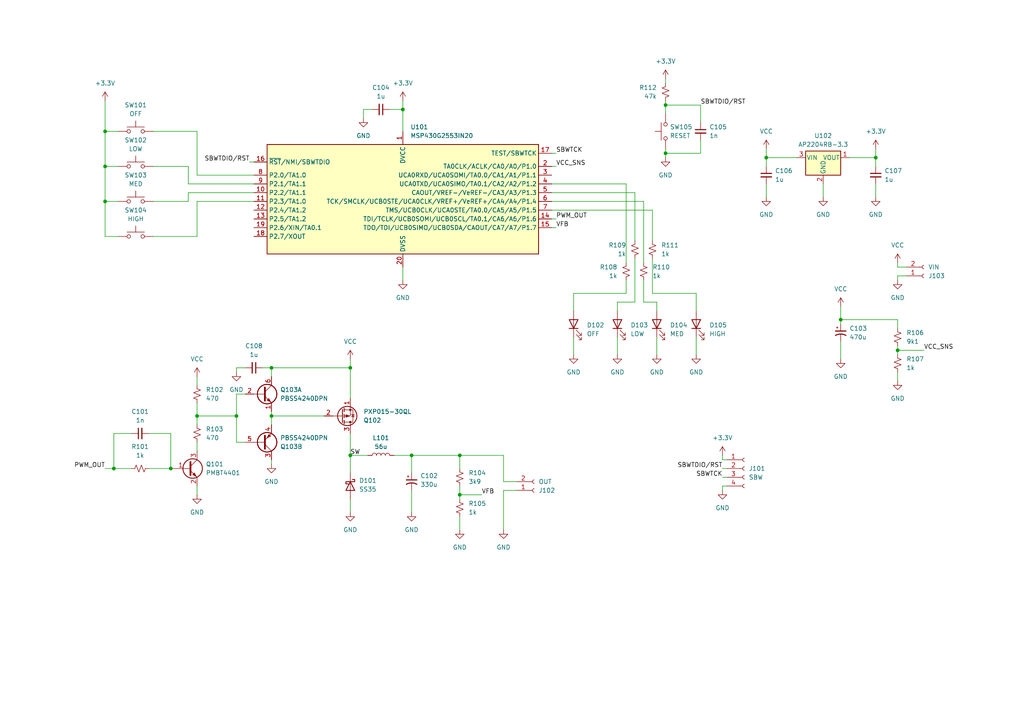
<source format=kicad_sch>
(kicad_sch (version 20230121) (generator eeschema)
  (paper "A4")
  (lib_symbols
    (symbol "Connector:Conn_01x02_Socket" (pin_names (offset 1.016) hide)
      (property "Reference" "J" (at 0 2.54 0))
      (property "Value" "Conn_01x02_Socket" (at 0 -5.08 0))
      (symbol "Conn_01x02_Socket_1_1"
        (arc (start 0 -2.032) (mid -0.5058 -2.54) (end 0 -3.048) (stroke (width 0.1524)))
        (polyline (pts (xy -1.27 -2.54) (xy -0.508 -2.54)) (stroke (width 0.1524)))
        (polyline (pts (xy -1.27 0) (xy -0.508 0)) (stroke (width 0.1524)))
        (arc (start 0 0.508) (mid -0.5058 0) (end 0 -0.508) (stroke (width 0.1524)))
        (pin passive line (at -5.08 0 0) (length 3.81) (name "Pin_1") (number "1"))
        (pin passive line (at -5.08 -2.54 0) (length 3.81) (name "Pin_2") (number "2"))
      )
    )
    (symbol "Connector:Conn_01x04_Socket" (pin_names (offset 1.016) hide)
      (property "Reference" "J" (at 0 5.08 0))
      (property "Value" "Conn_01x04_Socket" (at 0 -7.62 0))
      (symbol "Conn_01x04_Socket_1_1"
        (arc (start 0 -4.572) (mid -0.5058 -5.08) (end 0 -5.588) (stroke (width 0.1524)))
        (arc (start 0 -2.032) (mid -0.5058 -2.54) (end 0 -3.048) (stroke (width 0.1524)))
        (polyline (pts (xy -1.27 -5.08) (xy -0.508 -5.08)) (stroke (width 0.1524)))
        (polyline (pts (xy -1.27 -2.54) (xy -0.508 -2.54)) (stroke (width 0.1524)))
        (polyline (pts (xy -1.27 0) (xy -0.508 0)) (stroke (width 0.1524)))
        (polyline (pts (xy -1.27 2.54) (xy -0.508 2.54)) (stroke (width 0.1524)))
        (arc (start 0 0.508) (mid -0.5058 0) (end 0 -0.508) (stroke (width 0.1524)))
        (arc (start 0 3.048) (mid -0.5058 2.54) (end 0 2.032) (stroke (width 0.1524)))
        (pin passive line (at -5.08 2.54 0) (length 3.81) (name "Pin_1") (number "1"))
        (pin passive line (at -5.08 0 0) (length 3.81) (name "Pin_2") (number "2"))
        (pin passive line (at -5.08 -2.54 0) (length 3.81) (name "Pin_3") (number "3"))
        (pin passive line (at -5.08 -5.08 0) (length 3.81) (name "Pin_4") (number "4"))
      )
    )
    (symbol "Device:C_Polarized_Small_US" (pin_numbers hide) (pin_names (offset 0.254) hide)
      (property "Reference" "C" (at 0.254 1.778 0))
      (property "Value" "C_Polarized_Small_US" (at 0.254 -2.032 0))
      (symbol "C_Polarized_Small_US_0_1"
        (polyline (pts (xy -1.524 0.508) (xy 1.524 0.508)) (stroke (width 0.3048)))
        (polyline (pts (xy -1.27 1.524) (xy -0.762 1.524)))
        (polyline (pts (xy -1.016 1.27) (xy -1.016 1.778)))
        (arc (start 1.524 -0.762) (mid 0 -0.3734) (end -1.524 -0.762) (stroke (width 0.3048)))
      )
      (symbol "C_Polarized_Small_US_1_1"
        (pin passive line (at 0 2.54 270) (length 2.032) (name "~") (number "1"))
        (pin passive line (at 0 -2.54 90) (length 2.032) (name "~") (number "2"))
      )
    )
    (symbol "Device:C_Small" (pin_numbers hide) (pin_names (offset 0.254) hide)
      (property "Reference" "C" (at 0.254 1.778 0))
      (property "Value" "C_Small" (at 0.254 -2.032 0))
      (symbol "C_Small_0_1"
        (polyline (pts (xy -1.524 -0.508) (xy 1.524 -0.508)) (stroke (width 0.3302)))
        (polyline (pts (xy -1.524 0.508) (xy 1.524 0.508)) (stroke (width 0.3048)))
      )
      (symbol "C_Small_1_1"
        (pin passive line (at 0 2.54 270) (length 2.032) (name "~") (number "1"))
        (pin passive line (at 0 -2.54 90) (length 2.032) (name "~") (number "2"))
      )
    )
    (symbol "Device:D_Schottky" (pin_numbers hide) (pin_names (offset 1.016) hide)
      (property "Reference" "D" (at 0 2.54 0))
      (property "Value" "D_Schottky" (at 0 -2.54 0))
      (symbol "D_Schottky_0_1"
        (polyline (pts (xy 1.27 0) (xy -1.27 0)))
        (polyline (pts (xy 1.27 1.27) (xy 1.27 -1.27) (xy -1.27 0) (xy 1.27 1.27)) (stroke (width 0.254)))
        (polyline (pts (xy -1.905 0.635) (xy -1.905 1.27) (xy -1.27 1.27) (xy -1.27 -1.27) (xy -0.635 -1.27) (xy -0.635 -0.635)) (stroke (width 0.254)))
      )
      (symbol "D_Schottky_1_1"
        (pin passive line (at -3.81 0 0) (length 2.54) (name "K") (number "1"))
        (pin passive line (at 3.81 0 180) (length 2.54) (name "A") (number "2"))
      )
    )
    (symbol "Device:L" (pin_numbers hide) (pin_names (offset 1.016) hide)
      (property "Reference" "L" (at -1.27 0 90))
      (property "Value" "L" (at 1.905 0 90))
      (symbol "L_0_1"
        (arc (start 0 -2.54) (mid 0.6323 -1.905) (end 0 -1.27))
        (arc (start 0 -1.27) (mid 0.6323 -0.635) (end 0 0))
        (arc (start 0 0) (mid 0.6323 0.635) (end 0 1.27))
        (arc (start 0 1.27) (mid 0.6323 1.905) (end 0 2.54))
      )
      (symbol "L_1_1"
        (pin passive line (at 0 3.81 270) (length 1.27) (name "1") (number "1"))
        (pin passive line (at 0 -3.81 90) (length 1.27) (name "2") (number "2"))
      )
    )
    (symbol "Device:LED" (pin_numbers hide) (pin_names (offset 1.016) hide)
      (property "Reference" "D" (at 0 2.54 0))
      (property "Value" "LED" (at 0 -2.54 0))
      (symbol "LED_0_1"
        (polyline (pts (xy -1.27 -1.27) (xy -1.27 1.27)) (stroke (width 0.254)))
        (polyline (pts (xy -1.27 0) (xy 1.27 0)))
        (polyline (pts (xy 1.27 -1.27) (xy 1.27 1.27) (xy -1.27 0) (xy 1.27 -1.27)) (stroke (width 0.254)))
        (polyline (pts (xy -3.048 -0.762) (xy -4.572 -2.286) (xy -3.81 -2.286) (xy -4.572 -2.286) (xy -4.572 -1.524)))
        (polyline (pts (xy -1.778 -0.762) (xy -3.302 -2.286) (xy -2.54 -2.286) (xy -3.302 -2.286) (xy -3.302 -1.524)))
      )
      (symbol "LED_1_1"
        (pin passive line (at -3.81 0 0) (length 2.54) (name "K") (number "1"))
        (pin passive line (at 3.81 0 180) (length 2.54) (name "A") (number "2"))
      )
    )
    (symbol "Device:Q_Dual_NPN_PNP_E1B1C2E2B2C1" (pin_names (offset 0) hide)
      (property "Reference" "Q" (at 5.08 1.27 0))
      (property "Value" "Q_Dual_NPN_PNP_E1B1C2E2B2C1" (at 5.08 -1.27 0))
      (symbol "Q_Dual_NPN_PNP_E1B1C2E2B2C1_0_1"
        (polyline (pts (xy 0.635 0) (xy -2.54 0)))
        (circle (center 1.27 0) (radius 2.8194) (stroke (width 0.254)))
        (circle (center 1.27 0) (radius 2.8194) (stroke (width 0.254)))
      )
      (symbol "Q_Dual_NPN_PNP_E1B1C2E2B2C1_1_1"
        (polyline (pts (xy 0.635 0.635) (xy 2.54 2.54)))
        (polyline (pts (xy 0.635 -0.635) (xy 2.54 -2.54) (xy 2.54 -2.54)))
        (polyline (pts (xy 0.635 1.905) (xy 0.635 -1.905) (xy 0.635 -1.905)) (stroke (width 0.508)))
        (polyline (pts (xy 1.27 -1.778) (xy 1.778 -1.27) (xy 2.286 -2.286) (xy 1.27 -1.778) (xy 1.27 -1.778)) (fill (type outline)))
        (pin passive line (at 2.54 -5.08 90) (length 2.54) (name "E1") (number "1"))
        (pin input line (at -5.08 0 0) (length 2.54) (name "B1") (number "2"))
        (pin passive line (at 2.54 5.08 270) (length 2.54) (name "C1") (number "6"))
      )
      (symbol "Q_Dual_NPN_PNP_E1B1C2E2B2C1_2_1"
        (polyline (pts (xy 0.635 0.635) (xy 2.54 2.54)))
        (polyline (pts (xy 0.635 -0.635) (xy 2.54 -2.54) (xy 2.54 -2.54)))
        (polyline (pts (xy 0.635 1.905) (xy 0.635 -1.905) (xy 0.635 -1.905)) (stroke (width 0.508)))
        (polyline (pts (xy 2.286 -1.778) (xy 1.778 -2.286) (xy 1.27 -1.27) (xy 2.286 -1.778) (xy 2.286 -1.778)) (fill (type outline)))
        (pin passive line (at 2.54 5.08 270) (length 2.54) (name "C2") (number "3"))
        (pin passive line (at 2.54 -5.08 90) (length 2.54) (name "E2") (number "4"))
        (pin input line (at -5.08 0 0) (length 2.54) (name "B2") (number "5"))
      )
    )
    (symbol "Device:Q_NPN_BEC" (pin_names (offset 0) hide)
      (property "Reference" "Q" (at 5.08 1.27 0))
      (property "Value" "Q_NPN_BEC" (at 5.08 -1.27 0))
      (symbol "Q_NPN_BEC_0_1"
        (polyline (pts (xy 0.635 0.635) (xy 2.54 2.54)))
        (polyline (pts (xy 0.635 -0.635) (xy 2.54 -2.54) (xy 2.54 -2.54)))
        (polyline (pts (xy 0.635 1.905) (xy 0.635 -1.905) (xy 0.635 -1.905)) (stroke (width 0.508)))
        (polyline (pts (xy 1.27 -1.778) (xy 1.778 -1.27) (xy 2.286 -2.286) (xy 1.27 -1.778) (xy 1.27 -1.778)) (fill (type outline)))
        (circle (center 1.27 0) (radius 2.8194) (stroke (width 0.254)))
      )
      (symbol "Q_NPN_BEC_1_1"
        (pin input line (at -5.08 0 0) (length 5.715) (name "B") (number "1"))
        (pin passive line (at 2.54 -5.08 90) (length 2.54) (name "E") (number "2"))
        (pin passive line (at 2.54 5.08 270) (length 2.54) (name "C") (number "3"))
      )
    )
    (symbol "Device:Q_PMOS_SGD" (pin_names (offset 0) hide)
      (property "Reference" "Q" (at 5.08 1.27 0))
      (property "Value" "Q_PMOS_SGD" (at 5.08 -1.27 0))
      (symbol "Q_PMOS_SGD_0_1"
        (polyline (pts (xy 0.254 0) (xy -2.54 0)))
        (polyline (pts (xy 0.254 1.905) (xy 0.254 -1.905)) (stroke (width 0.254)))
        (polyline (pts (xy 0.762 -1.27) (xy 0.762 -2.286)) (stroke (width 0.254)))
        (polyline (pts (xy 0.762 0.508) (xy 0.762 -0.508)) (stroke (width 0.254)))
        (polyline (pts (xy 0.762 2.286) (xy 0.762 1.27)) (stroke (width 0.254)))
        (polyline (pts (xy 2.54 2.54) (xy 2.54 1.778)))
        (polyline (pts (xy 2.54 -2.54) (xy 2.54 0) (xy 0.762 0)))
        (polyline (pts (xy 0.762 1.778) (xy 3.302 1.778) (xy 3.302 -1.778) (xy 0.762 -1.778)))
        (polyline (pts (xy 2.286 0) (xy 1.27 0.381) (xy 1.27 -0.381) (xy 2.286 0)) (fill (type outline)))
        (polyline (pts (xy 2.794 -0.508) (xy 2.921 -0.381) (xy 3.683 -0.381) (xy 3.81 -0.254)))
        (polyline (pts (xy 3.302 -0.381) (xy 2.921 0.254) (xy 3.683 0.254) (xy 3.302 -0.381)))
        (circle (center 1.651 0) (radius 2.794) (stroke (width 0.254)))
        (circle (center 2.54 -1.778) (radius 0.254) (fill (type outline)))
        (circle (center 2.54 1.778) (radius 0.254) (fill (type outline)))
      )
      (symbol "Q_PMOS_SGD_1_1"
        (pin passive line (at 2.54 -5.08 90) (length 2.54) (name "S") (number "1"))
        (pin input line (at -5.08 0 0) (length 2.54) (name "G") (number "2"))
        (pin passive line (at 2.54 5.08 270) (length 2.54) (name "D") (number "3"))
      )
    )
    (symbol "Device:R_Small_US" (pin_numbers hide) (pin_names (offset 0.254) hide)
      (property "Reference" "R" (at 0.762 0.508 0))
      (property "Value" "R_Small_US" (at 0.762 -1.016 0))
      (symbol "R_Small_US_1_1"
        (polyline (pts (xy 0 0) (xy 1.016 -0.381) (xy 0 -0.762) (xy -1.016 -1.143) (xy 0 -1.524)))
        (polyline (pts (xy 0 1.524) (xy 1.016 1.143) (xy 0 0.762) (xy -1.016 0.381) (xy 0 0)))
        (pin passive line (at 0 2.54 270) (length 1.016) (name "~") (number "1"))
        (pin passive line (at 0 -2.54 90) (length 1.016) (name "~") (number "2"))
      )
    )
    (symbol "MCU_Texas_MSP430:MSP430G2553IN20"
      (property "Reference" "U" (at -38.1 17.78 0))
      (property "Value" "MSP430G2553IN20" (at 31.75 -16.51 0))
      (symbol "MSP430G2553IN20_0_1"
        (rectangle (start -39.37 16.51) (end 39.37 -15.24) (stroke (width 0.254)) (fill (type background)))
      )
      (symbol "MSP430G2553IN20_1_1"
        (pin power_in line (at 0 20.32 270) (length 3.81) (name "DVCC") (number "1"))
        (pin bidirectional line (at -43.18 2.54 0) (length 3.81) (name "P2.2/TA1.1") (number "10"))
        (pin bidirectional line (at -43.18 0 0) (length 3.81) (name "P2.3/TA1.0") (number "11"))
        (pin bidirectional line (at -43.18 -2.54 0) (length 3.81) (name "P2.4/TA1.2") (number "12"))
        (pin bidirectional line (at -43.18 -5.08 0) (length 3.81) (name "P2.5/TA1.2") (number "13"))
        (pin bidirectional line (at 43.18 -5.08 180) (length 3.81) (name "TDI/TCLK/UCB0SOMI/UCB0SCL/TA0.1/CA6/A6/P1.6") (number "14"))
        (pin bidirectional line (at 43.18 -7.62 180) (length 3.81) (name "TDO/TDI/UCB0SIMO/UCB0SDA/CAOUT/CA7/A7/P1.7") (number "15"))
        (pin input line (at -43.18 11.43 0) (length 3.81) (name "~{RST}/NMI/SBWTDIO") (number "16"))
        (pin input line (at 43.18 13.97 180) (length 3.81) (name "TEST/SBWTCK") (number "17"))
        (pin bidirectional line (at -43.18 -10.16 0) (length 3.81) (name "P2.7/XOUT") (number "18"))
        (pin bidirectional line (at -43.18 -7.62 0) (length 3.81) (name "P2.6/XIN/TA0.1") (number "19"))
        (pin bidirectional line (at 43.18 10.16 180) (length 3.81) (name "TA0CLK/ACLK/CA0/A0/P1.0") (number "2"))
        (pin power_in line (at 0 -19.05 90) (length 3.81) (name "DVSS") (number "20"))
        (pin bidirectional line (at 43.18 7.62 180) (length 3.81) (name "UCA0RXD/UCA0SOMI/TA0.0/CA1/A1/P1.1") (number "3"))
        (pin bidirectional line (at 43.18 5.08 180) (length 3.81) (name "UCA0TXD/UCA0SIMO/TA0.1/CA2/A2/P1.2") (number "4"))
        (pin bidirectional line (at 43.18 2.54 180) (length 3.81) (name "CAOUT/VREF-/VeREF-/CA3/A3/P1.3") (number "5"))
        (pin bidirectional line (at 43.18 0 180) (length 3.81) (name "TCK/SMCLK/UCB0STE/UCA0CLK/VREF+/VeREF+/CA4/A4/P1.4") (number "6"))
        (pin bidirectional line (at 43.18 -2.54 180) (length 3.81) (name "TMS/UCB0CLK/UCA0STE/TA0.0/CA5/A5/P1.5") (number "7"))
        (pin bidirectional line (at -43.18 7.62 0) (length 3.81) (name "P2.0/TA1.0") (number "8"))
        (pin bidirectional line (at -43.18 5.08 0) (length 3.81) (name "P2.1/TA1.1") (number "9"))
      )
    )
    (symbol "Regulator_Linear:AP2204RB-3.3" (pin_names (offset 0.254))
      (property "Reference" "U" (at -5.08 3.175 0))
      (property "Value" "AP2204RB-3.3" (at 0 3.175 0))
      (symbol "AP2204RB-3.3_0_1"
        (rectangle (start -5.08 1.905) (end 5.08 -5.08) (stroke (width 0.254)) (fill (type background)))
      )
      (symbol "AP2204RB-3.3_1_1"
        (pin power_out line (at 7.62 0 180) (length 2.54) (name "VOUT") (number "1"))
        (pin power_in line (at 0 -7.62 90) (length 2.54) (name "GND") (number "2"))
        (pin power_in line (at -7.62 0 0) (length 2.54) (name "VIN") (number "3"))
      )
    )
    (symbol "Switch:SW_Push" (pin_numbers hide) (pin_names (offset 1.016) hide)
      (property "Reference" "SW" (at 1.27 2.54 0))
      (property "Value" "SW_Push" (at 0 -1.524 0))
      (symbol "SW_Push_0_1"
        (circle (center -2.032 0) (radius 0.508))
        (polyline (pts (xy 0 1.27) (xy 0 3.048)))
        (polyline (pts (xy 2.54 1.27) (xy -2.54 1.27)))
        (circle (center 2.032 0) (radius 0.508))
        (pin passive line (at -5.08 0 0) (length 2.54) (name "1") (number "1"))
        (pin passive line (at 5.08 0 180) (length 2.54) (name "2") (number "2"))
      )
    )
    (symbol "power:+3.3V" (power) (pin_names (offset 0))
      (property "Value" "+3.3V" (at 0 3.556 0))
      (symbol "+3.3V_0_1"
        (polyline (pts (xy -0.762 1.27) (xy 0 2.54)))
        (polyline (pts (xy 0 0) (xy 0 2.54)))
        (polyline (pts (xy 0 2.54) (xy 0.762 1.27)))
      )
      (symbol "+3.3V_1_1"
        (pin power_in line (at 0 0 90) (length 0) hide (name "+3.3V") (number "1"))
      )
    )
    (symbol "power:GND" (power) (pin_names (offset 0))
      (property "Value" "GND" (at 0 -3.81 0))
      (symbol "GND_0_1"
        (polyline (pts (xy 0 0) (xy 0 -1.27) (xy 1.27 -1.27) (xy 0 -2.54) (xy -1.27 -1.27) (xy 0 -1.27)))
      )
      (symbol "GND_1_1"
        (pin power_in line (at 0 0 270) (length 0) hide (name "GND") (number "1"))
      )
    )
    (symbol "power:VCC" (power) (pin_names (offset 0))
      (property "Value" "VCC" (at 0 3.81 0))
      (symbol "VCC_0_1"
        (polyline (pts (xy -0.762 1.27) (xy 0 2.54)))
        (polyline (pts (xy 0 0) (xy 0 2.54)))
        (polyline (pts (xy 0 2.54) (xy 0.762 1.27)))
      )
      (symbol "VCC_1_1"
        (pin power_in line (at 0 0 90) (length 0) hide (name "VCC") (number "1"))
      )
    )
  )
  (junction (at 57.15 120.65))
  (junction (at 101.6 132.08))
  (junction (at 133.35 143.51))
  (junction (at 33.02 135.89))
  (junction (at 243.84 92.71))
  (junction (at 133.35 132.08))
  (junction (at 30.48 58.42))
  (junction (at 68.58 120.65))
  (junction (at 30.48 38.1))
  (junction (at 254 45.72))
  (junction (at 49.53 135.89))
  (junction (at 116.84 31.75))
  (junction (at 222.25 45.72))
  (junction (at 78.74 120.65))
  (junction (at 101.6 106.68))
  (junction (at 30.48 48.26))
  (junction (at 119.38 132.08))
  (junction (at 193.04 44.45))
  (junction (at 78.74 106.68))
  (junction (at 193.04 30.48))
  (junction (at 260.35 101.6))
  (wire (pts (xy 78.74 119.38) (xy 78.74 120.65)))
  (wire (pts (xy 78.74 106.68) (xy 101.6 106.68)))
  (wire (pts (xy 146.05 142.24) (xy 146.05 153.67)))
  (wire (pts (xy 160.02 44.45) (xy 161.29 44.45)))
  (wire (pts (xy 160.02 66.04) (xy 161.29 66.04)))
  (wire (pts (xy 133.35 149.86) (xy 133.35 153.67)))
  (wire (pts (xy 203.2 44.45) (xy 193.04 44.45)))
  (wire (pts (xy 201.93 85.09) (xy 201.93 90.17)))
  (wire (pts (xy 243.84 92.71) (xy 243.84 93.98)))
  (wire (pts (xy 146.05 142.24) (xy 149.86 142.24)))
  (wire (pts (xy 193.04 30.48) (xy 203.2 30.48)))
  (wire (pts (xy 160.02 48.26) (xy 161.29 48.26)))
  (wire (pts (xy 186.69 87.63) (xy 190.5 87.63)))
  (wire (pts (xy 54.61 55.88) (xy 73.66 55.88)))
  (wire (pts (xy 181.61 85.09) (xy 181.61 81.28)))
  (wire (pts (xy 184.15 55.88) (xy 184.15 69.85)))
  (wire (pts (xy 179.07 87.63) (xy 179.07 90.17)))
  (wire (pts (xy 30.48 58.42) (xy 30.48 68.58)))
  (wire (pts (xy 30.48 48.26) (xy 34.29 48.26)))
  (wire (pts (xy 33.02 125.73) (xy 33.02 135.89)))
  (wire (pts (xy 201.93 97.79) (xy 201.93 102.87)))
  (wire (pts (xy 57.15 116.84) (xy 57.15 120.65)))
  (wire (pts (xy 57.15 50.8) (xy 57.15 38.1)))
  (wire (pts (xy 33.02 135.89) (xy 38.1 135.89)))
  (wire (pts (xy 260.35 95.25) (xy 260.35 92.71)))
  (wire (pts (xy 101.6 125.73) (xy 101.6 132.08)))
  (wire (pts (xy 116.84 29.21) (xy 116.84 31.75)))
  (wire (pts (xy 210.82 133.35) (xy 209.55 133.35)))
  (wire (pts (xy 186.69 58.42) (xy 186.69 76.2)))
  (wire (pts (xy 203.2 30.48) (xy 203.2 35.56)))
  (wire (pts (xy 57.15 140.97) (xy 57.15 143.51)))
  (wire (pts (xy 57.15 58.42) (xy 73.66 58.42)))
  (wire (pts (xy 260.35 80.01) (xy 262.89 80.01)))
  (wire (pts (xy 119.38 142.24) (xy 119.38 148.59)))
  (wire (pts (xy 57.15 58.42) (xy 57.15 68.58)))
  (wire (pts (xy 146.05 139.7) (xy 149.86 139.7)))
  (wire (pts (xy 78.74 109.22) (xy 78.74 106.68)))
  (wire (pts (xy 30.48 38.1) (xy 30.48 48.26)))
  (wire (pts (xy 44.45 68.58) (xy 57.15 68.58)))
  (wire (pts (xy 78.74 133.35) (xy 78.74 134.62)))
  (wire (pts (xy 260.35 77.47) (xy 262.89 77.47)))
  (wire (pts (xy 43.18 135.89) (xy 49.53 135.89)))
  (wire (pts (xy 193.04 29.21) (xy 193.04 30.48)))
  (wire (pts (xy 260.35 80.01) (xy 260.35 81.28)))
  (wire (pts (xy 68.58 120.65) (xy 68.58 128.27)))
  (wire (pts (xy 166.37 97.79) (xy 166.37 102.87)))
  (wire (pts (xy 73.66 50.8) (xy 57.15 50.8)))
  (wire (pts (xy 78.74 120.65) (xy 78.74 123.19)))
  (wire (pts (xy 254 43.18) (xy 254 45.72)))
  (wire (pts (xy 57.15 109.22) (xy 57.15 111.76)))
  (wire (pts (xy 30.48 135.89) (xy 33.02 135.89)))
  (wire (pts (xy 243.84 92.71) (xy 260.35 92.71)))
  (wire (pts (xy 243.84 92.71) (xy 243.84 88.9)))
  (wire (pts (xy 71.12 114.3) (xy 68.58 114.3)))
  (wire (pts (xy 57.15 120.65) (xy 57.15 123.19)))
  (wire (pts (xy 184.15 74.93) (xy 184.15 87.63)))
  (wire (pts (xy 146.05 139.7) (xy 146.05 132.08)))
  (wire (pts (xy 76.2 106.68) (xy 78.74 106.68)))
  (wire (pts (xy 193.04 22.86) (xy 193.04 24.13)))
  (wire (pts (xy 160.02 58.42) (xy 186.69 58.42)))
  (wire (pts (xy 238.76 53.34) (xy 238.76 57.15)))
  (wire (pts (xy 57.15 128.27) (xy 57.15 130.81)))
  (wire (pts (xy 101.6 104.14) (xy 101.6 106.68)))
  (wire (pts (xy 160.02 63.5) (xy 161.29 63.5)))
  (wire (pts (xy 57.15 38.1) (xy 44.45 38.1)))
  (wire (pts (xy 260.35 77.47) (xy 260.35 76.2)))
  (wire (pts (xy 222.25 45.72) (xy 222.25 48.26)))
  (wire (pts (xy 133.35 143.51) (xy 133.35 144.78)))
  (wire (pts (xy 68.58 106.68) (xy 68.58 107.95)))
  (wire (pts (xy 254 45.72) (xy 254 48.26)))
  (wire (pts (xy 101.6 144.78) (xy 101.6 148.59)))
  (wire (pts (xy 186.69 81.28) (xy 186.69 87.63)))
  (wire (pts (xy 72.39 46.99) (xy 73.66 46.99)))
  (wire (pts (xy 78.74 120.65) (xy 93.98 120.65)))
  (wire (pts (xy 260.35 100.33) (xy 260.35 101.6)))
  (wire (pts (xy 231.14 45.72) (xy 222.25 45.72)))
  (wire (pts (xy 254 53.34) (xy 254 57.15)))
  (wire (pts (xy 193.04 44.45) (xy 193.04 45.72)))
  (wire (pts (xy 133.35 143.51) (xy 139.7 143.51)))
  (wire (pts (xy 189.23 74.93) (xy 189.23 85.09)))
  (wire (pts (xy 209.55 135.89) (xy 210.82 135.89)))
  (wire (pts (xy 30.48 38.1) (xy 34.29 38.1)))
  (wire (pts (xy 73.66 53.34) (xy 54.61 53.34)))
  (wire (pts (xy 184.15 87.63) (xy 179.07 87.63)))
  (wire (pts (xy 210.82 140.97) (xy 209.55 140.97)))
  (wire (pts (xy 166.37 85.09) (xy 181.61 85.09)))
  (wire (pts (xy 71.12 106.68) (xy 68.58 106.68)))
  (wire (pts (xy 43.18 125.73) (xy 49.53 125.73)))
  (wire (pts (xy 193.04 43.18) (xy 193.04 44.45)))
  (wire (pts (xy 209.55 133.35) (xy 209.55 132.08)))
  (wire (pts (xy 57.15 120.65) (xy 68.58 120.65)))
  (wire (pts (xy 30.48 58.42) (xy 34.29 58.42)))
  (wire (pts (xy 146.05 132.08) (xy 133.35 132.08)))
  (wire (pts (xy 44.45 48.26) (xy 54.61 48.26)))
  (wire (pts (xy 119.38 132.08) (xy 119.38 137.16)))
  (wire (pts (xy 246.38 45.72) (xy 254 45.72)))
  (wire (pts (xy 38.1 125.73) (xy 33.02 125.73)))
  (wire (pts (xy 189.23 85.09) (xy 201.93 85.09)))
  (wire (pts (xy 222.25 53.34) (xy 222.25 57.15)))
  (wire (pts (xy 30.48 68.58) (xy 34.29 68.58)))
  (wire (pts (xy 30.48 29.21) (xy 30.48 38.1)))
  (wire (pts (xy 101.6 106.68) (xy 101.6 115.57)))
  (wire (pts (xy 203.2 40.64) (xy 203.2 44.45)))
  (wire (pts (xy 54.61 53.34) (xy 54.61 48.26)))
  (wire (pts (xy 179.07 97.79) (xy 179.07 102.87)))
  (wire (pts (xy 160.02 60.96) (xy 189.23 60.96)))
  (wire (pts (xy 260.35 107.95) (xy 260.35 110.49)))
  (wire (pts (xy 101.6 132.08) (xy 101.6 137.16)))
  (wire (pts (xy 133.35 135.89) (xy 133.35 132.08)))
  (wire (pts (xy 133.35 140.97) (xy 133.35 143.51)))
  (wire (pts (xy 160.02 53.34) (xy 181.61 53.34)))
  (wire (pts (xy 105.41 31.75) (xy 105.41 34.29)))
  (wire (pts (xy 116.84 77.47) (xy 116.84 81.28)))
  (wire (pts (xy 260.35 101.6) (xy 260.35 102.87)))
  (wire (pts (xy 190.5 97.79) (xy 190.5 102.87)))
  (wire (pts (xy 222.25 43.18) (xy 222.25 45.72)))
  (wire (pts (xy 101.6 132.08) (xy 106.68 132.08)))
  (wire (pts (xy 30.48 48.26) (xy 30.48 58.42)))
  (wire (pts (xy 209.55 140.97) (xy 209.55 142.24)))
  (wire (pts (xy 209.55 138.43) (xy 210.82 138.43)))
  (wire (pts (xy 113.03 31.75) (xy 116.84 31.75)))
  (wire (pts (xy 119.38 132.08) (xy 133.35 132.08)))
  (wire (pts (xy 160.02 55.88) (xy 184.15 55.88)))
  (wire (pts (xy 189.23 60.96) (xy 189.23 69.85)))
  (wire (pts (xy 54.61 58.42) (xy 54.61 55.88)))
  (wire (pts (xy 44.45 58.42) (xy 54.61 58.42)))
  (wire (pts (xy 260.35 101.6) (xy 267.97 101.6)))
  (wire (pts (xy 114.3 132.08) (xy 119.38 132.08)))
  (wire (pts (xy 243.84 99.06) (xy 243.84 104.14)))
  (wire (pts (xy 166.37 90.17) (xy 166.37 85.09)))
  (wire (pts (xy 181.61 53.34) (xy 181.61 76.2)))
  (wire (pts (xy 49.53 125.73) (xy 49.53 135.89)))
  (wire (pts (xy 193.04 30.48) (xy 193.04 33.02)))
  (wire (pts (xy 116.84 31.75) (xy 116.84 38.1)))
  (wire (pts (xy 68.58 128.27) (xy 71.12 128.27)))
  (wire (pts (xy 107.95 31.75) (xy 105.41 31.75)))
  (wire (pts (xy 190.5 87.63) (xy 190.5 90.17)))
  (wire (pts (xy 68.58 114.3) (xy 68.58 120.65)))
  (label "SW" (at 101.6 132.08 0))
  (label "PWM_OUT" (at 161.29 63.5 0))
  (label "SBWTCK" (at 209.55 138.43 180))
  (label "PWM_OUT" (at 30.48 135.89 180))
  (label "SBWTDIO{slash}RST" (at 72.39 46.99 180))
  (label "VCC_SNS" (at 161.29 48.26 0))
  (label "VFB" (at 139.7 143.51 0))
  (label "SBWTDIO{slash}RST" (at 209.55 135.89 180))
  (label "VFB" (at 161.29 66.04 0))
  (label "VCC_SNS" (at 267.97 101.6 0))
  (label "SBWTCK" (at 161.29 44.45 0))
  (label "SBWTDIO{slash}RST" (at 203.2 30.48 0))
  (symbol (lib_id "power:GND") (at 146.05 153.67 0) (unit 1)
    (property "Reference" "#PWR0112" (effects hide))
    (property "Value" "GND" (at 146.05 158.75 0))
  )
  (symbol (lib_id "Device:R_Small_US") (at 260.35 97.79 0) (unit 1)
    (property "Reference" "R106" (at 262.89 96.52 0) (effects (justify left)))
    (property "Value" "9k1" (at 262.89 99.06 0) (effects (justify left)))
    (property "Footprint" "Resistor_SMD:R_0805_2012Metric_Pad1.20x1.40mm_HandSolder" (effects hide))
  )
  (symbol (lib_id "power:VCC") (at 222.25 43.18 0) (unit 1)
    (property "Reference" "#PWR0129" (effects hide))
    (property "Value" "VCC" (at 222.25 38.1 0))
  )
  (symbol (lib_id "Device:C_Small") (at 203.2 38.1 0) (unit 1)
    (property "Reference" "C105" (at 205.74 36.8363 0) (effects (justify left)))
    (property "Value" "1n" (at 205.74 39.3763 0) (effects (justify left)))
    (property "Footprint" "Capacitor_SMD:C_0402_1005Metric_Pad0.74x0.62mm_HandSolder" (effects hide))
  )
  (symbol (lib_id "power:GND") (at 179.07 102.87 0) (unit 1)
    (property "Reference" "#PWR0119" (effects hide))
    (property "Value" "GND" (at 179.07 107.95 0))
  )
  (symbol (lib_id "power:GND") (at 57.15 143.51 0) (unit 1)
    (property "Reference" "#PWR0106" (effects hide))
    (property "Value" "GND" (at 57.15 148.59 0))
  )
  (symbol (lib_id "power:GND") (at 133.35 153.67 0) (unit 1)
    (property "Reference" "#PWR0111" (effects hide))
    (property "Value" "GND" (at 133.35 158.75 0))
  )
  (symbol (lib_id "Switch:SW_Push") (at 39.37 58.42 0) (unit 1)
    (property "Reference" "SW103" (at 39.37 50.8 0))
    (property "Value" "MED" (at 39.37 53.34 0))
    (property "Footprint" "Button_Switch_THT:SW_PUSH_6mm" (effects hide))
  )
  (symbol (lib_id "power:GND") (at 243.84 104.14 0) (unit 1)
    (property "Reference" "#PWR0114" (effects hide))
    (property "Value" "GND" (at 243.84 109.22 0))
  )
  (symbol (lib_id "power:GND") (at 190.5 102.87 0) (unit 1)
    (property "Reference" "#PWR0120" (effects hide))
    (property "Value" "GND" (at 190.5 107.95 0))
  )
  (symbol (lib_id "power:GND") (at 105.41 34.29 0) (unit 1)
    (property "Reference" "#PWR0116" (effects hide))
    (property "Value" "GND" (at 105.41 39.37 0))
  )
  (symbol (lib_id "Device:LED") (at 166.37 93.98 90) (unit 1)
    (property "Reference" "D102" (at 170.18 94.2975 90) (effects (justify right)))
    (property "Value" "OFF" (at 170.18 96.8375 90) (effects (justify right)))
    (property "Footprint" "Diode_SMD:D_0805_2012Metric_Pad1.15x1.40mm_HandSolder" (effects hide))
  )
  (symbol (lib_id "Device:R_Small_US") (at 260.35 105.41 0) (unit 1)
    (property "Reference" "R107" (at 262.89 104.14 0) (effects (justify left)))
    (property "Value" "1k" (at 262.89 106.68 0) (effects (justify left)))
    (property "Footprint" "Resistor_SMD:R_0805_2012Metric_Pad1.20x1.40mm_HandSolder" (effects hide))
  )
  (symbol (lib_id "Device:LED") (at 201.93 93.98 90) (unit 1)
    (property "Reference" "D105" (at 205.74 94.2975 90) (effects (justify right)))
    (property "Value" "HIGH" (at 205.74 96.8375 90) (effects (justify right)))
    (property "Footprint" "Diode_SMD:D_0805_2012Metric_Pad1.15x1.40mm_HandSolder" (effects hide))
  )
  (symbol (lib_id "Device:C_Small") (at 254 50.8 0) (unit 1)
    (property "Reference" "C107" (at 256.54 49.5363 0) (effects (justify left)))
    (property "Value" "1u" (at 256.54 52.0763 0) (effects (justify left)))
    (property "Footprint" "Capacitor_SMD:C_0402_1005Metric_Pad0.74x0.62mm_HandSolder" (effects hide))
  )
  (symbol (lib_id "power:GND") (at 238.76 57.15 0) (unit 1)
    (property "Reference" "#PWR0126" (effects hide))
    (property "Value" "GND" (at 238.76 62.23 0))
  )
  (symbol (lib_id "power:GND") (at 201.93 102.87 0) (unit 1)
    (property "Reference" "#PWR0121" (effects hide))
    (property "Value" "GND" (at 201.93 107.95 0))
  )
  (symbol (lib_id "Device:C_Polarized_Small_US") (at 243.84 96.52 0) (unit 1)
    (property "Reference" "C103" (at 246.38 95.2563 0) (effects (justify left)))
    (property "Value" "470u" (at 246.38 97.7963 0) (effects (justify left)))
    (property "Footprint" "Capacitor_SMD:CP_Elec_8x10" (effects hide))
  )
  (symbol (lib_id "power:GND") (at 209.55 142.24 0) (unit 1)
    (property "Reference" "#PWR0104" (effects hide))
    (property "Value" "GND" (at 209.55 147.32 0))
  )
  (symbol (lib_id "power:GND") (at 116.84 81.28 0) (unit 1)
    (property "Reference" "#PWR0102" (effects hide))
    (property "Value" "GND" (at 116.84 86.36 0))
  )
  (symbol (lib_id "Device:R_Small_US") (at 40.64 135.89 90) (unit 1)
    (property "Reference" "R101" (at 40.64 129.54 90))
    (property "Value" "1k" (at 40.64 132.08 90))
    (property "Footprint" "Resistor_SMD:R_0805_2012Metric_Pad1.20x1.40mm_HandSolder" (effects hide))
  )
  (symbol (lib_id "power:GND") (at 101.6 148.59 0) (unit 1)
    (property "Reference" "#PWR0105" (effects hide))
    (property "Value" "GND" (at 101.6 153.67 0))
  )
  (symbol (lib_id "Connector:Conn_01x04_Socket") (at 215.9 135.89 0) (unit 1)
    (property "Reference" "J101" (at 217.17 135.89 0) (effects (justify left)))
    (property "Value" "SBW" (at 217.17 138.43 0) (effects (justify left)))
    (property "Footprint" "Connector_PinHeader_2.54mm:PinHeader_1x04_P2.54mm_Vertical" (effects hide))
  )
  (symbol (lib_id "Device:Q_PMOS_SGD") (at 99.06 120.65 0) (mirror x) (unit 1)
    (property "Reference" "Q102" (at 105.41 121.92 0) (effects (justify left)))
    (property "Value" "PXP015-30QL" (at 105.41 119.38 0) (effects (justify left)))
    (property "Footprint" "PXP015:PXP01530QLJ" (effects hide))
  )
  (symbol (lib_id "Switch:SW_Push") (at 193.04 38.1 90) (unit 1)
    (property "Reference" "SW105" (at 194.31 36.83 90) (effects (justify right)))
    (property "Value" "RESET" (at 194.31 39.37 90) (effects (justify right)))
    (property "Footprint" "Button_Switch_THT:SW_PUSH_6mm" (effects hide))
  )
  (symbol (lib_id "power:GND") (at 254 57.15 0) (unit 1)
    (property "Reference" "#PWR0127" (effects hide))
    (property "Value" "GND" (at 254 62.23 0))
  )
  (symbol (lib_id "Regulator_Linear:AP2204RB-3.3") (at 238.76 45.72 0) (unit 1)
    (property "Reference" "U102" (at 238.76 39.37 0))
    (property "Value" "AP2204RB-3.3" (at 238.76 41.91 0))
    (property "Footprint" "Package_TO_SOT_SMD:SOT-89-3" (effects hide))
    (property "Datasheet" "https://www.diodes.com/assets/Datasheets/AP2204.pdf" (effects hide))
  )
  (symbol (lib_id "Device:C_Polarized_Small_US") (at 119.38 139.7 0) (unit 1)
    (property "Reference" "C102" (at 121.92 137.9982 0) (effects (justify left)))
    (property "Value" "330u" (at 121.92 140.5382 0) (effects (justify left)))
    (property "Footprint" "Capacitor_SMD:CP_Elec_8x10" (effects hide))
    (property "Part Number" "UWT1E331MNL1GS" (effects hide))
  )
  (symbol (lib_id "power:GND") (at 119.38 148.59 0) (unit 1)
    (property "Reference" "#PWR0110" (effects hide))
    (property "Value" "GND" (at 119.38 153.67 0))
  )
  (symbol (lib_id "power:GND") (at 78.74 134.62 0) (unit 1)
    (property "Reference" "#PWR0108" (effects hide))
    (property "Value" "GND" (at 78.74 139.7 0))
  )
  (symbol (lib_id "Device:R_Small_US") (at 184.15 72.39 0) (mirror y) (unit 1)
    (property "Reference" "R109" (at 181.61 71.12 0) (effects (justify left)))
    (property "Value" "1k" (at 181.61 73.66 0) (effects (justify left)))
    (property "Footprint" "Resistor_SMD:R_0805_2012Metric_Pad1.20x1.40mm_HandSolder" (effects hide))
  )
  (symbol (lib_id "Device:C_Small") (at 110.49 31.75 270) (unit 1)
    (property "Reference" "C104" (at 110.4836 25.4 90))
    (property "Value" "1u" (at 110.4836 27.94 90))
    (property "Footprint" "Capacitor_SMD:C_0402_1005Metric_Pad0.74x0.62mm_HandSolder" (effects hide))
  )
  (symbol (lib_id "power:+3.3V") (at 209.55 132.08 0) (unit 1)
    (property "Reference" "#PWR0103" (effects hide))
    (property "Value" "+3.3V" (at 209.55 127 0))
  )
  (symbol (lib_id "Device:LED") (at 179.07 93.98 90) (unit 1)
    (property "Reference" "D103" (at 182.88 94.2975 90) (effects (justify right)))
    (property "Value" "LOW" (at 182.88 96.8375 90) (effects (justify right)))
    (property "Footprint" "Diode_SMD:D_0805_2012Metric_Pad1.15x1.40mm_HandSolder" (effects hide))
  )
  (symbol (lib_id "Device:Q_Dual_NPN_PNP_E1B1C2E2B2C1") (at 76.2 128.27 0) (mirror x) (unit 2)
    (property "Reference" "Q103" (at 81.28 129.54 0) (effects (justify left)))
    (property "Value" "PBSS4240DPN" (at 81.28 127 0) (effects (justify left)))
    (property "Footprint" "Package_TO_SOT_SMD:TSOT-23-6_HandSoldering" (effects hide))
  )
  (symbol (lib_id "Device:C_Small") (at 40.64 125.73 90) (unit 1)
    (property "Reference" "C101" (at 40.6463 119.38 90))
    (property "Value" "1n" (at 40.6463 121.92 90))
    (property "Footprint" "Capacitor_SMD:C_0402_1005Metric_Pad0.74x0.62mm_HandSolder" (effects hide))
  )
  (symbol (lib_id "power:GND") (at 260.35 110.49 0) (unit 1)
    (property "Reference" "#PWR0115" (effects hide))
    (property "Value" "GND" (at 260.35 115.57 0))
  )
  (symbol (lib_id "Device:R_Small_US") (at 181.61 78.74 0) (mirror y) (unit 1)
    (property "Reference" "R108" (at 179.07 77.47 0) (effects (justify left)))
    (property "Value" "1k" (at 179.07 80.01 0) (effects (justify left)))
    (property "Footprint" "Resistor_SMD:R_0805_2012Metric_Pad1.20x1.40mm_HandSolder" (effects hide))
  )
  (symbol (lib_id "Switch:SW_Push") (at 39.37 68.58 0) (unit 1)
    (property "Reference" "SW104" (at 39.37 60.96 0))
    (property "Value" "HIGH" (at 39.37 63.5 0))
    (property "Footprint" "Button_Switch_THT:SW_PUSH_6mm" (effects hide))
  )
  (symbol (lib_id "Device:C_Small") (at 73.66 106.68 270) (unit 1)
    (property "Reference" "C108" (at 73.6536 100.33 90))
    (property "Value" "1u" (at 73.6536 102.87 90))
    (property "Footprint" "Capacitor_SMD:C_0402_1005Metric_Pad0.74x0.62mm_HandSolder" (effects hide))
  )
  (symbol (lib_id "Switch:SW_Push") (at 39.37 48.26 0) (unit 1)
    (property "Reference" "SW102" (at 39.37 40.64 0))
    (property "Value" "LOW" (at 39.37 43.18 0))
    (property "Footprint" "Button_Switch_THT:SW_PUSH_6mm" (effects hide))
  )
  (symbol (lib_id "Device:C_Small") (at 222.25 50.8 0) (unit 1)
    (property "Reference" "C106" (at 224.79 49.5363 0) (effects (justify left)))
    (property "Value" "1u" (at 224.79 52.0763 0) (effects (justify left)))
    (property "Footprint" "Capacitor_SMD:C_0402_1005Metric_Pad0.74x0.62mm_HandSolder" (effects hide))
  )
  (symbol (lib_id "power:GND") (at 166.37 102.87 0) (unit 1)
    (property "Reference" "#PWR0118" (effects hide))
    (property "Value" "GND" (at 166.37 107.95 0))
  )
  (symbol (lib_id "power:GND") (at 222.25 57.15 0) (unit 1)
    (property "Reference" "#PWR0128" (effects hide))
    (property "Value" "GND" (at 222.25 62.23 0))
  )
  (symbol (lib_id "power:+3.3V") (at 254 43.18 0) (unit 1)
    (property "Reference" "#PWR0130" (effects hide))
    (property "Value" "+3.3V" (at 254 38.1 0))
  )
  (symbol (lib_id "power:GND") (at 260.35 81.28 0) (unit 1)
    (property "Reference" "#PWR0123" (effects hide))
    (property "Value" "GND" (at 260.35 86.36 0))
  )
  (symbol (lib_id "Device:R_Small_US") (at 57.15 114.3 180) (unit 1)
    (property "Reference" "R102" (at 59.69 113.03 0) (effects (justify right)))
    (property "Value" "470" (at 59.69 115.57 0) (effects (justify right)))
    (property "Footprint" "Resistor_SMD:R_2010_5025Metric" (effects hide))
    (property "Part Number" "RC2010JK-07470RL" (effects hide))
  )
  (symbol (lib_id "power:+3.3V") (at 193.04 22.86 0) (unit 1)
    (property "Reference" "#PWR0125" (effects hide))
    (property "Value" "+3.3V" (at 193.04 17.78 0))
  )
  (symbol (lib_id "power:VCC") (at 57.15 109.22 0) (unit 1)
    (property "Reference" "#PWR0109" (effects hide))
    (property "Value" "VCC" (at 57.15 104.14 0))
  )
  (symbol (lib_id "Device:R_Small_US") (at 193.04 26.67 0) (mirror y) (unit 1)
    (property "Reference" "R112" (at 190.5 25.4 0) (effects (justify left)))
    (property "Value" "47k" (at 190.5 27.94 0) (effects (justify left)))
    (property "Footprint" "Resistor_SMD:R_0805_2012Metric_Pad1.20x1.40mm_HandSolder" (effects hide))
  )
  (symbol (lib_id "Connector:Conn_01x02_Socket") (at 267.97 80.01 0) (mirror x) (unit 1)
    (property "Reference" "J103" (at 269.24 80.01 0) (effects (justify left)))
    (property "Value" "VIN" (at 269.24 77.47 0) (effects (justify left)))
    (property "Footprint" "TerminalBlock:TerminalBlock_bornier-2_P5.08mm" (effects hide))
  )
  (symbol (lib_id "Device:R_Small_US") (at 186.69 78.74 0) (unit 1)
    (property "Reference" "R110" (at 189.23 77.47 0) (effects (justify left)))
    (property "Value" "1k" (at 189.23 80.01 0) (effects (justify left)))
    (property "Footprint" "Resistor_SMD:R_0805_2012Metric_Pad1.20x1.40mm_HandSolder" (effects hide))
  )
  (symbol (lib_id "Device:R_Small_US") (at 133.35 138.43 0) (unit 1)
    (property "Reference" "R104" (at 135.89 137.16 0) (effects (justify left)))
    (property "Value" "3k9" (at 135.89 139.7 0) (effects (justify left)))
    (property "Footprint" "Resistor_SMD:R_0805_2012Metric_Pad1.20x1.40mm_HandSolder" (effects hide))
  )
  (symbol (lib_id "MCU_Texas_MSP430:MSP430G2553IN20") (at 116.84 58.42 0) (unit 1)
    (property "Reference" "U101" (at 119.0341 36.83 0) (effects (justify left)))
    (property "Value" "MSP430G2553IN20" (at 119.0341 39.37 0) (effects (justify left)))
    (property "Footprint" "Package_DIP:DIP-20_W7.62mm" (effects hide))
    (property "Datasheet" "http://www.ti.com/lit/ds/symlink/msp430g2553.pdf" (effects hide))
  )
  (symbol (lib_id "Device:R_Small_US") (at 189.23 72.39 0) (unit 1)
    (property "Reference" "R111" (at 191.77 71.12 0) (effects (justify left)))
    (property "Value" "1k" (at 191.77 73.66 0) (effects (justify left)))
    (property "Footprint" "Resistor_SMD:R_0805_2012Metric_Pad1.20x1.40mm_HandSolder" (effects hide))
  )
  (symbol (lib_id "Device:R_Small_US") (at 57.15 125.73 180) (unit 1)
    (property "Reference" "R103" (at 59.69 124.46 0) (effects (justify right)))
    (property "Value" "470" (at 59.69 127 0) (effects (justify right)))
    (property "Footprint" "Resistor_SMD:R_2010_5025Metric" (effects hide))
    (property "Part Number" "RC2010JK-07470RL" (effects hide))
  )
  (symbol (lib_id "power:VCC") (at 101.6 104.14 0) (unit 1)
    (property "Reference" "#PWR0107" (effects hide))
    (property "Value" "VCC" (at 101.6 99.06 0))
  )
  (symbol (lib_id "Device:D_Schottky") (at 101.6 140.97 270) (unit 1)
    (property "Reference" "D101" (at 104.14 139.3825 90) (effects (justify left)))
    (property "Value" "SS35" (at 104.14 141.9225 90) (effects (justify left)))
    (property "Footprint" "Diode_SMD:D_SMC_Handsoldering" (effects hide))
  )
  (symbol (lib_id "Device:LED") (at 190.5 93.98 90) (unit 1)
    (property "Reference" "D104" (at 194.31 94.2975 90) (effects (justify right)))
    (property "Value" "MED" (at 194.31 96.8375 90) (effects (justify right)))
    (property "Footprint" "Diode_SMD:D_0805_2012Metric_Pad1.15x1.40mm_HandSolder" (effects hide))
  )
  (symbol (lib_id "Device:R_Small_US") (at 133.35 147.32 0) (unit 1)
    (property "Reference" "R105" (at 135.89 146.05 0) (effects (justify left)))
    (property "Value" "1k" (at 135.89 148.59 0) (effects (justify left)))
    (property "Footprint" "Resistor_SMD:R_0805_2012Metric_Pad1.20x1.40mm_HandSolder" (effects hide))
  )
  (symbol (lib_id "power:+3.3V") (at 30.48 29.21 0) (unit 1)
    (property "Reference" "#PWR0117" (effects hide))
    (property "Value" "+3.3V" (at 30.48 24.13 0))
  )
  (symbol (lib_id "Switch:SW_Push") (at 39.37 38.1 0) (unit 1)
    (property "Reference" "SW101" (at 39.37 30.48 0))
    (property "Value" "OFF" (at 39.37 33.02 0))
    (property "Footprint" "Button_Switch_THT:SW_PUSH_6mm" (effects hide))
  )
  (symbol (lib_id "Device:L") (at 110.49 132.08 90) (unit 1)
    (property "Reference" "L101" (at 110.49 127 90))
    (property "Value" "56u" (at 110.49 129.54 90))
    (property "Footprint" "Inductor_SMD:L_Bourns_SRR1208_12.7x12.7mm" (effects hide))
    (property "Part Number" "HCM1A1307V2-560-R" (effects hide))
  )
  (symbol (lib_id "Device:Q_Dual_NPN_PNP_E1B1C2E2B2C1") (at 76.2 114.3 0) (unit 1)
    (property "Reference" "Q103" (at 81.28 113.03 0) (effects (justify left)))
    (property "Value" "PBSS4240DPN" (at 81.28 115.57 0) (effects (justify left)))
    (property "Footprint" "Package_TO_SOT_SMD:TSOT-23-6_HandSoldering" (effects hide))
  )
  (symbol (lib_id "Connector:Conn_01x02_Socket") (at 154.94 142.24 0) (mirror x) (unit 1)
    (property "Reference" "J102" (at 156.21 142.24 0) (effects (justify left)))
    (property "Value" "OUT" (at 156.21 139.7 0) (effects (justify left)))
    (property "Footprint" "TerminalBlock:TerminalBlock_bornier-2_P5.08mm" (effects hide))
  )
  (symbol (lib_id "power:VCC") (at 260.35 76.2 0) (unit 1)
    (property "Reference" "#PWR0122" (effects hide))
    (property "Value" "VCC" (at 260.35 71.12 0))
  )
  (symbol (lib_id "Device:Q_NPN_BEC") (at 54.61 135.89 0) (unit 1)
    (property "Reference" "Q101" (at 59.69 134.62 0) (effects (justify left)))
    (property "Value" "PMBT4401" (at 59.69 137.16 0) (effects (justify left)))
    (property "Footprint" "Package_TO_SOT_SMD:SOT-23_Handsoldering" (effects hide))
  )
  (symbol (lib_id "power:VCC") (at 243.84 88.9 0) (unit 1)
    (property "Reference" "#PWR0113" (effects hide))
    (property "Value" "VCC" (at 243.84 83.82 0))
  )
  (symbol (lib_id "power:+3.3V") (at 116.84 29.21 0) (unit 1)
    (property "Reference" "#PWR0101" (effects hide))
    (property "Value" "+3.3V" (at 116.84 24.13 0))
  )
  (symbol (lib_id "power:GND") (at 193.04 45.72 0) (unit 1)
    (property "Reference" "#PWR0124" (effects hide))
    (property "Value" "GND" (at 193.04 50.8 0))
  )
  (symbol (lib_id "power:GND") (at 68.58 107.95 0) (unit 1)
    (property "Reference" "#PWR0131" (effects hide))
    (property "Value" "GND" (at 68.58 113.03 0))
  )
)
</source>
